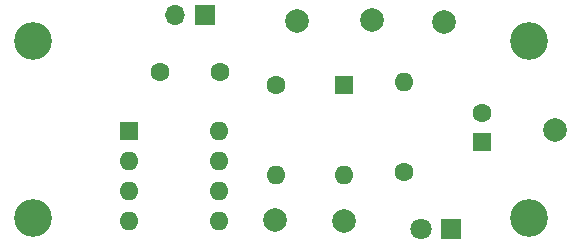
<source format=gbr>
%TF.GenerationSoftware,KiCad,Pcbnew,5.1.9-73d0e3b20d~88~ubuntu20.04.1*%
%TF.CreationDate,2021-03-24T21:29:24+01:00*%
%TF.ProjectId,10_KiCad_WCP,31305f4b-6943-4616-945f-5743502e6b69,rev?*%
%TF.SameCoordinates,Original*%
%TF.FileFunction,Soldermask,Bot*%
%TF.FilePolarity,Negative*%
%FSLAX46Y46*%
G04 Gerber Fmt 4.6, Leading zero omitted, Abs format (unit mm)*
G04 Created by KiCad (PCBNEW 5.1.9-73d0e3b20d~88~ubuntu20.04.1) date 2021-03-24 21:29:24*
%MOMM*%
%LPD*%
G01*
G04 APERTURE LIST*
%ADD10O,1.600000X1.600000*%
%ADD11C,1.600000*%
%ADD12C,2.000000*%
%ADD13C,1.800000*%
%ADD14R,1.800000X1.800000*%
%ADD15R,1.600000X1.600000*%
%ADD16O,1.700000X1.700000*%
%ADD17R,1.700000X1.700000*%
%ADD18C,3.200000*%
G04 APERTURE END LIST*
D10*
%TO.C,R2*%
X86614000Y-56388000D03*
D11*
X86614000Y-48768000D03*
%TD*%
D12*
%TO.C,TP6*%
X92354400Y-60299600D03*
%TD*%
%TO.C,TP5*%
X86537800Y-60147200D03*
%TD*%
%TO.C,TP4*%
X110236000Y-52578000D03*
%TD*%
%TO.C,TP3*%
X94742000Y-43243500D03*
%TD*%
%TO.C,TP2*%
X88392000Y-43307000D03*
%TD*%
%TO.C,TP1*%
X100838000Y-43434000D03*
%TD*%
D13*
%TO.C,D3*%
X98856800Y-60909200D03*
D14*
X101396800Y-60909200D03*
%TD*%
D10*
%TO.C,R3*%
X97472500Y-48514000D03*
D11*
X97472500Y-56134000D03*
%TD*%
D10*
%TO.C,U1*%
X81737200Y-52679600D03*
X74117200Y-60299600D03*
X81737200Y-55219600D03*
X74117200Y-57759600D03*
X81737200Y-57759600D03*
X74117200Y-55219600D03*
X81737200Y-60299600D03*
D15*
X74117200Y-52679600D03*
%TD*%
D16*
%TO.C,J1*%
X78028800Y-42849800D03*
D17*
X80568800Y-42849800D03*
%TD*%
D10*
%TO.C,D2*%
X92329000Y-56388000D03*
D15*
X92329000Y-48768000D03*
%TD*%
D11*
%TO.C,C2*%
X104013000Y-51094000D03*
D15*
X104013000Y-53594000D03*
%TD*%
D11*
%TO.C,C1*%
X76813400Y-47625000D03*
X81813400Y-47625000D03*
%TD*%
D18*
%TO.C,REF\u002A\u002A*%
X108000000Y-45000000D03*
%TD*%
%TO.C,REF\u002A\u002A*%
X108000000Y-60000000D03*
%TD*%
%TO.C,REF\u002A\u002A*%
X66000000Y-60000000D03*
%TD*%
%TO.C,REF\u002A\u002A*%
X66000000Y-45000000D03*
%TD*%
M02*

</source>
